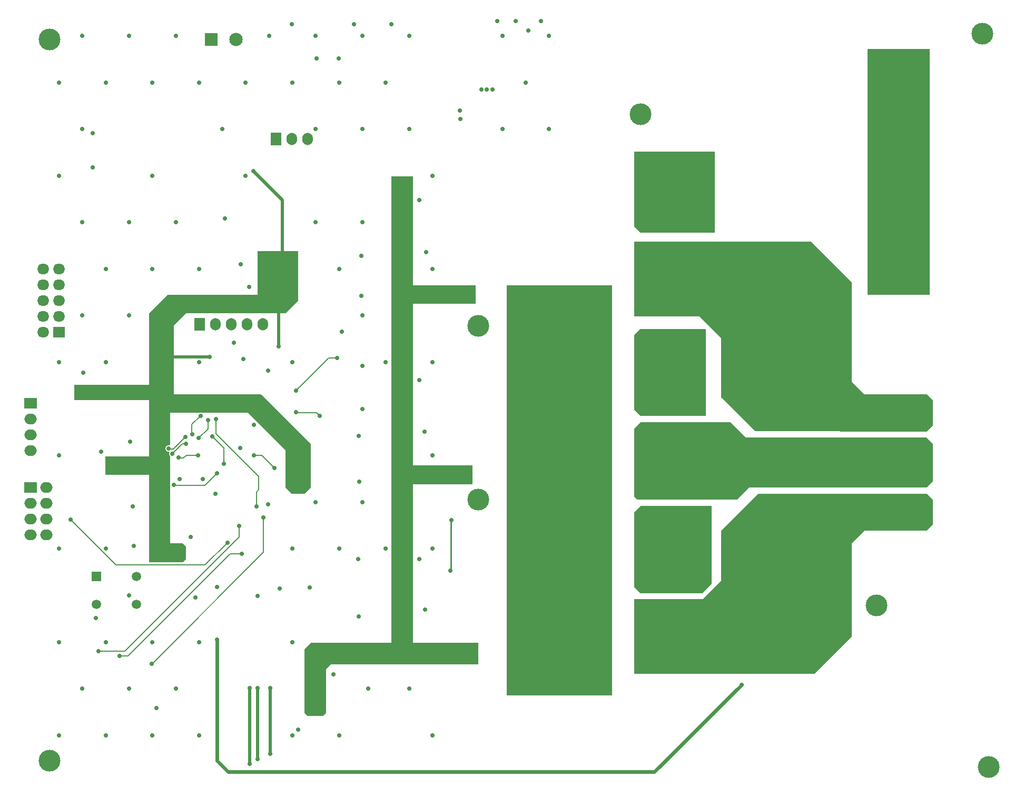
<source format=gbl>
G04*
G04 #@! TF.GenerationSoftware,Altium Limited,Altium Designer,23.6.0 (18)*
G04*
G04 Layer_Physical_Order=4*
G04 Layer_Color=16711680*
%FSLAX44Y44*%
%MOMM*%
G71*
G04*
G04 #@! TF.SameCoordinates,9FFC46F5-938B-46D8-84A6-C8BF988D1DB5*
G04*
G04*
G04 #@! TF.FilePolarity,Positive*
G04*
G01*
G75*
%ADD10C,0.6000*%
%ADD11C,0.2500*%
%ADD15C,0.2000*%
%ADD94C,0.5000*%
%ADD98C,3.5000*%
%ADD99O,1.7000X2.0000*%
%ADD100R,1.7000X2.0000*%
%ADD101R,1.5000X1.5000*%
%ADD102C,1.5000*%
%ADD103O,2.0000X1.7000*%
%ADD104R,2.0000X1.7000*%
%ADD105R,1.9000X1.7000*%
%ADD106O,1.9000X1.7000*%
%ADD107C,2.1500*%
%ADD108R,2.1500X2.1500*%
%ADD109C,0.7000*%
G36*
X1120000Y900000D02*
X1000000D01*
X990000Y910000D01*
Y1030000D01*
X1120000D01*
X1120000Y900000D01*
D02*
G37*
G36*
X1465000Y800000D02*
X1365000D01*
X1365000Y1195000D01*
X1465000D01*
Y800000D01*
D02*
G37*
G36*
X1105000Y605000D02*
X1000000D01*
X990000Y615000D01*
Y735000D01*
X1000000Y745000D01*
X1105000D01*
Y605000D01*
D02*
G37*
G36*
X1340000Y820000D02*
X1340000Y660000D01*
X1360000Y640000D01*
X1460000Y640000D01*
X1470000Y630000D01*
Y590000D01*
X1459923Y579923D01*
X1185001Y579999D01*
X1130000Y635000D01*
Y730000D01*
X1095000Y765000D01*
X990000Y765000D01*
Y885000D01*
X1275000D01*
X1340000Y820000D01*
D02*
G37*
G36*
X450000Y790000D02*
X430000Y770000D01*
X270000D01*
X250000Y750000D01*
Y640000D01*
X390000D01*
X470000Y560000D01*
Y490000D01*
X460000Y480000D01*
X440000D01*
X430000Y490000D01*
Y550000D01*
X370000Y610000D01*
X295023D01*
X294296Y610301D01*
X292307D01*
X291579Y610000D01*
X244000D01*
Y558019D01*
X242944Y557314D01*
X242495Y557500D01*
X240505D01*
X238668Y556739D01*
X237261Y555332D01*
X236500Y553495D01*
Y551506D01*
X237261Y549668D01*
X238668Y548261D01*
X240505Y547500D01*
X242495D01*
X242523Y547512D01*
X242567Y547481D01*
X243368Y546487D01*
X242750Y544995D01*
Y543005D01*
X243511Y541168D01*
X244000Y540679D01*
Y400000D01*
X265000D01*
X270000Y395000D01*
Y375000D01*
X265000Y370000D01*
X210000D01*
Y510000D01*
X140000D01*
Y540000D01*
X210000D01*
Y630000D01*
X90000D01*
Y655000D01*
X210000D01*
Y770000D01*
X240000Y800000D01*
X385000D01*
Y870000D01*
X450000D01*
Y790000D01*
D02*
G37*
G36*
X1170000Y570000D02*
X1460000Y570000D01*
X1470000Y560000D01*
Y500000D01*
X1460000Y490000D01*
X1175000D01*
X1155000Y470000D01*
X995000D01*
X990000Y475000D01*
Y585000D01*
X1000000Y595000D01*
X1145000D01*
X1170000Y570000D01*
D02*
G37*
G36*
X1470000Y470000D02*
Y430000D01*
X1460000Y420000D01*
X1360000Y420000D01*
X1340000Y400000D01*
X1340000Y250000D01*
X1280000Y190000D01*
X990000D01*
Y310000D01*
X1100000Y310000D01*
X1130000Y340000D01*
Y420000D01*
X1189967Y479967D01*
X1459959Y480041D01*
X1470000Y470000D01*
D02*
G37*
G36*
X1000000Y460000D02*
X1115000D01*
Y335000D01*
X1100000Y320000D01*
X1100000Y320000D01*
X1000000D01*
X990000Y330000D01*
Y450000D01*
X1000000Y460000D01*
X1000000Y460000D01*
D02*
G37*
G36*
X955000Y155000D02*
X785000D01*
Y815000D01*
X955000D01*
Y155000D01*
D02*
G37*
G36*
X635000Y815000D02*
X735000D01*
Y785000D01*
X635000D01*
Y525000D01*
X730000D01*
Y495000D01*
X635000D01*
Y240000D01*
X740000D01*
Y205000D01*
X502500D01*
X495000Y197500D01*
Y127500D01*
X490000Y122500D01*
X465000D01*
X460000Y127500D01*
Y230000D01*
X470000Y240000D01*
X600000D01*
Y990000D01*
X635000D01*
Y815000D01*
D02*
G37*
D10*
X320000Y50000D02*
Y245000D01*
Y50000D02*
X337500Y32500D01*
X1022500D01*
X1162500Y172500D01*
D11*
X695625Y436375D02*
X696250Y437000D01*
X695625Y356625D02*
Y436375D01*
X695000Y356000D02*
X695625Y356625D01*
D15*
X312000Y572000D02*
X330750Y553250D01*
Y527500D02*
Y553250D01*
X263500Y559750D02*
X269750D01*
X270000Y560000D01*
X247750Y544000D02*
X263500Y559750D01*
X247000Y551500D02*
X249000D01*
X268500Y571000D01*
X246957Y551543D02*
X247000Y551500D01*
X242457Y551543D02*
X246957D01*
X241500Y552500D02*
X242457Y551543D01*
X258321Y537470D02*
X263247D01*
X257438Y538353D02*
X258321Y537470D01*
X250298Y494375D02*
X251175Y493499D01*
X300499D01*
X300044Y365000D02*
X336147Y401103D01*
X157000Y365000D02*
X300044D01*
X171750Y226750D02*
X355250Y410250D01*
Y428000D01*
X129000Y226750D02*
X171750D01*
X163000Y218750D02*
X176250D01*
X340750Y383250D02*
X359750D01*
X176250Y218750D02*
X340750Y383250D01*
X336147Y401103D02*
Y401103D01*
X386535Y486030D02*
Y507421D01*
X382910Y482405D02*
X386535Y486030D01*
X382910Y459660D02*
Y482405D01*
X393750Y441250D02*
X394500Y440500D01*
Y385250D02*
Y440500D01*
X214250Y206000D02*
X215250D01*
X394500Y385250D01*
X391750Y541250D02*
X412000Y521000D01*
X379000Y541250D02*
X391750D01*
X300499Y493499D02*
X320000Y513000D01*
X263868Y536849D02*
X265868D01*
X263247Y537470D02*
X263868Y536849D01*
X265868D02*
X270842Y541824D01*
X288176D01*
X288750Y541250D01*
X279000Y575750D02*
Y591000D01*
Y575750D02*
X279750Y575000D01*
X290000Y569000D02*
X305000Y584000D01*
X84000Y438000D02*
X157000Y365000D01*
X279000Y591000D02*
X293301Y605301D01*
X305000Y584000D02*
Y598000D01*
X318000Y575956D02*
X386535Y507421D01*
X318000Y575956D02*
Y599750D01*
X447500Y610000D02*
X480000D01*
X446861Y610639D02*
X447500Y610000D01*
X447000Y646000D02*
X499000Y698000D01*
X513000D01*
X480000Y610000D02*
X485000Y605000D01*
D94*
X378250Y999000D02*
X425000Y952250D01*
Y850000D02*
Y952250D01*
X419000Y717000D02*
Y777000D01*
X418000Y778000D02*
X419000Y777000D01*
X241000Y700000D02*
X308000D01*
X240000Y701000D02*
X241000Y700000D01*
X372500Y45000D02*
Y167500D01*
X405000Y61040D02*
Y167500D01*
X385000Y53040D02*
Y167500D01*
D98*
X1550000Y1220000D02*
D03*
X1380000Y300000D02*
D03*
X1000000Y1090000D02*
D03*
X740000Y470000D02*
D03*
Y750000D02*
D03*
X50000Y1210000D02*
D03*
Y50000D02*
D03*
X1560000Y40000D02*
D03*
D99*
X367900Y752500D02*
D03*
X342500D02*
D03*
X317100D02*
D03*
X393300D02*
D03*
X440000Y1050000D02*
D03*
X465400D02*
D03*
D100*
X291700Y752500D02*
D03*
X414600Y1050000D02*
D03*
D101*
X125500Y346500D02*
D03*
D102*
X190500D02*
D03*
Y301500D02*
D03*
X125500D02*
D03*
D103*
X20000Y439200D02*
D03*
X45400D02*
D03*
X20000Y413800D02*
D03*
X45400D02*
D03*
Y490000D02*
D03*
X20000Y464600D02*
D03*
X45400D02*
D03*
X20000Y600000D02*
D03*
Y574600D02*
D03*
Y549200D02*
D03*
D104*
Y490000D02*
D03*
Y625400D02*
D03*
D105*
X65400Y739200D02*
D03*
D106*
X40000Y840800D02*
D03*
Y815400D02*
D03*
Y790000D02*
D03*
Y764600D02*
D03*
Y739200D02*
D03*
X65400Y840800D02*
D03*
Y815400D02*
D03*
Y790000D02*
D03*
X65400Y764600D02*
D03*
D107*
X350000Y1210000D02*
D03*
D108*
X310400D02*
D03*
D109*
X1430000Y900000D02*
D03*
X1410000D02*
D03*
X1390000D02*
D03*
X1430000Y880000D02*
D03*
X1410000D02*
D03*
X1390000D02*
D03*
X1430000Y920000D02*
D03*
X1410000D02*
D03*
X1390000D02*
D03*
Y970000D02*
D03*
X1410000D02*
D03*
X1430000D02*
D03*
Y990000D02*
D03*
X1410000D02*
D03*
X1390000D02*
D03*
Y1010000D02*
D03*
X1410000D02*
D03*
X1430000D02*
D03*
Y1030000D02*
D03*
X1410000D02*
D03*
X1390000D02*
D03*
X1440000Y1020000D02*
D03*
Y1000000D02*
D03*
Y980000D02*
D03*
Y960000D02*
D03*
X1420000D02*
D03*
Y980000D02*
D03*
Y1000000D02*
D03*
Y1020000D02*
D03*
X1400000Y960000D02*
D03*
Y980000D02*
D03*
Y1000000D02*
D03*
Y1020000D02*
D03*
X1380000Y960000D02*
D03*
Y980000D02*
D03*
Y1000000D02*
D03*
Y1020000D02*
D03*
X1440000Y1040000D02*
D03*
X1420000D02*
D03*
X1400000D02*
D03*
X1380000D02*
D03*
X1390000Y1120000D02*
D03*
X1410000D02*
D03*
X1430000D02*
D03*
Y1100000D02*
D03*
X1410000D02*
D03*
X1390000D02*
D03*
X1400000Y1090000D02*
D03*
X1420000D02*
D03*
X1440000D02*
D03*
Y1110000D02*
D03*
X1420000D02*
D03*
X1400000D02*
D03*
X1430000Y1140000D02*
D03*
X1410000D02*
D03*
X1390000D02*
D03*
X1440000Y1130000D02*
D03*
X1420000D02*
D03*
X1400000D02*
D03*
X1430000Y1160000D02*
D03*
X1410000D02*
D03*
X1390000D02*
D03*
X1440000Y1150000D02*
D03*
X1420000D02*
D03*
X1400000D02*
D03*
X1380000Y1090000D02*
D03*
Y1110000D02*
D03*
Y1130000D02*
D03*
Y1150000D02*
D03*
X1440000Y1170000D02*
D03*
X1420000D02*
D03*
X1400000D02*
D03*
X1380000D02*
D03*
X762501Y1130001D02*
D03*
X753501D02*
D03*
X744501D02*
D03*
X330750Y527500D02*
D03*
X297000Y503000D02*
D03*
X120000Y1060000D02*
D03*
X290750Y241250D02*
D03*
X628250Y166250D02*
D03*
X478250Y1066250D02*
D03*
X590750Y391250D02*
D03*
X515750Y841250D02*
D03*
X665750Y91250D02*
D03*
X778250Y1216250D02*
D03*
X65750Y541250D02*
D03*
X215750Y991250D02*
D03*
X665750Y391250D02*
D03*
X65750Y1141250D02*
D03*
X140750Y241250D02*
D03*
X253250Y1216250D02*
D03*
X590750Y691250D02*
D03*
X140750D02*
D03*
Y1141250D02*
D03*
X515750D02*
D03*
X478250Y916250D02*
D03*
X178250D02*
D03*
X778250Y1066250D02*
D03*
X440750Y691250D02*
D03*
X65750Y241250D02*
D03*
X478250Y466250D02*
D03*
X65750Y691250D02*
D03*
X590750Y1141250D02*
D03*
X440750Y91250D02*
D03*
X290750Y841250D02*
D03*
X440750Y1141250D02*
D03*
X178250Y166250D02*
D03*
X253250Y916250D02*
D03*
X553250Y1066250D02*
D03*
X665750Y991250D02*
D03*
X215750Y241250D02*
D03*
X628250Y1066250D02*
D03*
Y1216250D02*
D03*
X815750Y1141250D02*
D03*
X553250Y766250D02*
D03*
X515750Y391250D02*
D03*
X853250Y1066250D02*
D03*
X515750Y91250D02*
D03*
X290750Y1141250D02*
D03*
X140750Y391250D02*
D03*
X853250Y1216250D02*
D03*
X478250D02*
D03*
X65750Y391250D02*
D03*
X665750Y841250D02*
D03*
X328250Y1066250D02*
D03*
X290750Y691250D02*
D03*
X215750Y91250D02*
D03*
X103250Y1216250D02*
D03*
X65750Y91250D02*
D03*
X403250Y1216250D02*
D03*
X215750Y841250D02*
D03*
X140750Y91250D02*
D03*
X440750Y241250D02*
D03*
X665750Y691250D02*
D03*
X553250Y916250D02*
D03*
Y1216250D02*
D03*
X290750Y91250D02*
D03*
X103250Y766250D02*
D03*
X253250Y166250D02*
D03*
X103250D02*
D03*
X178250Y316250D02*
D03*
X553250Y466250D02*
D03*
Y616250D02*
D03*
X215750Y1141250D02*
D03*
X178250Y1216250D02*
D03*
X665750Y541250D02*
D03*
X103250Y916250D02*
D03*
X140750Y841250D02*
D03*
X365750Y1141250D02*
D03*
X178250Y766250D02*
D03*
X65750Y991250D02*
D03*
X440750Y391250D02*
D03*
X103250Y1066250D02*
D03*
X365750Y991250D02*
D03*
X440000Y1235000D02*
D03*
X540000D02*
D03*
X600000D02*
D03*
X820000Y1225000D02*
D03*
X840000Y1240000D02*
D03*
X800000D02*
D03*
X770000D02*
D03*
X515000Y1180000D02*
D03*
X480000D02*
D03*
X1060000Y220000D02*
D03*
Y240000D02*
D03*
X1040000Y220000D02*
D03*
Y240000D02*
D03*
X1020000Y220000D02*
D03*
Y240000D02*
D03*
Y260000D02*
D03*
X1040000D02*
D03*
X1060000D02*
D03*
Y280000D02*
D03*
X1040000D02*
D03*
X1020000D02*
D03*
Y360000D02*
D03*
Y380000D02*
D03*
Y400000D02*
D03*
X1040000D02*
D03*
Y380000D02*
D03*
Y360000D02*
D03*
X1060000D02*
D03*
Y380000D02*
D03*
Y400000D02*
D03*
Y420000D02*
D03*
X1040000D02*
D03*
X1020000D02*
D03*
Y510000D02*
D03*
Y530000D02*
D03*
Y550000D02*
D03*
X1040000D02*
D03*
Y530000D02*
D03*
Y510000D02*
D03*
X1060000D02*
D03*
Y530000D02*
D03*
Y550000D02*
D03*
Y570000D02*
D03*
X1040000D02*
D03*
X1020000D02*
D03*
X1060000Y800000D02*
D03*
X1040000D02*
D03*
X1020000D02*
D03*
Y820000D02*
D03*
X1040000D02*
D03*
X1060000D02*
D03*
Y840000D02*
D03*
X1040000D02*
D03*
X1020000D02*
D03*
X1060000Y860000D02*
D03*
X1040000D02*
D03*
X1020000D02*
D03*
Y940000D02*
D03*
X1040000D02*
D03*
X1060000D02*
D03*
Y960000D02*
D03*
X1040000D02*
D03*
X1020000D02*
D03*
Y980000D02*
D03*
X1040000D02*
D03*
X1060000D02*
D03*
Y1000000D02*
D03*
X1040000D02*
D03*
X1020000D02*
D03*
X1060000Y650000D02*
D03*
X1040000D02*
D03*
X1020000D02*
D03*
Y670000D02*
D03*
X1040000D02*
D03*
X1060000D02*
D03*
Y690000D02*
D03*
X1040000D02*
D03*
X1020000D02*
D03*
X1060000Y710000D02*
D03*
X1040000D02*
D03*
X1020000D02*
D03*
X1459000Y555000D02*
D03*
X1464500Y544000D02*
D03*
X1459000Y533000D02*
D03*
X1464500Y522000D02*
D03*
X1459000Y511000D02*
D03*
X1464500Y500000D02*
D03*
X1453500Y566000D02*
D03*
X1448000Y555000D02*
D03*
X1453500Y544000D02*
D03*
Y500000D02*
D03*
X1442500Y566000D02*
D03*
Y500000D02*
D03*
X1431500Y566000D02*
D03*
Y500000D02*
D03*
X1420500Y566000D02*
D03*
Y500000D02*
D03*
X1409500Y566000D02*
D03*
Y500000D02*
D03*
X1398500Y566000D02*
D03*
Y500000D02*
D03*
X1387500Y566000D02*
D03*
Y500000D02*
D03*
X1376500Y566000D02*
D03*
X1371000Y555000D02*
D03*
Y511000D02*
D03*
X1376500Y500000D02*
D03*
X1365500Y566000D02*
D03*
X1360000Y555000D02*
D03*
X1365500Y544000D02*
D03*
X1360000Y533000D02*
D03*
Y511000D02*
D03*
X1365500Y500000D02*
D03*
X1354500Y566000D02*
D03*
X1349000Y555000D02*
D03*
X1354500Y544000D02*
D03*
X1349000Y533000D02*
D03*
X1354500Y522000D02*
D03*
X1349000Y511000D02*
D03*
X1354500Y500000D02*
D03*
X1332500Y566000D02*
D03*
Y544000D02*
D03*
Y522000D02*
D03*
Y500000D02*
D03*
X1140000Y577000D02*
D03*
Y555000D02*
D03*
Y533000D02*
D03*
Y511000D02*
D03*
Y489000D02*
D03*
X1134500Y588000D02*
D03*
Y566000D02*
D03*
Y544000D02*
D03*
Y522000D02*
D03*
Y500000D02*
D03*
X1118000Y577000D02*
D03*
X1123500Y566000D02*
D03*
X1118000Y555000D02*
D03*
X1123500Y544000D02*
D03*
X1118000Y533000D02*
D03*
X1123500Y522000D02*
D03*
X1118000Y511000D02*
D03*
X1123500Y500000D02*
D03*
X1118000Y489000D02*
D03*
X1112500Y588000D02*
D03*
X1107000Y577000D02*
D03*
X1112500Y566000D02*
D03*
X1107000Y555000D02*
D03*
X1112500Y544000D02*
D03*
X1107000Y533000D02*
D03*
X1112500Y522000D02*
D03*
X1107000Y511000D02*
D03*
X1112500Y500000D02*
D03*
X1107000Y489000D02*
D03*
X1101500Y588000D02*
D03*
X1096000Y577000D02*
D03*
X1101500Y566000D02*
D03*
X1096000Y555000D02*
D03*
X1101500Y544000D02*
D03*
X1096000Y533000D02*
D03*
X1101500Y522000D02*
D03*
X1096000Y511000D02*
D03*
X1101500Y500000D02*
D03*
X1096000Y489000D02*
D03*
X1010000Y1010000D02*
D03*
X1030000D02*
D03*
X1050000D02*
D03*
X1070000D02*
D03*
X1010000Y990000D02*
D03*
X1030000D02*
D03*
X1050000D02*
D03*
X1070000D02*
D03*
X1010000Y970000D02*
D03*
X1030000D02*
D03*
X1050000D02*
D03*
X1070000D02*
D03*
X1010000Y950000D02*
D03*
X1030000D02*
D03*
X1050000D02*
D03*
X1070000D02*
D03*
X1010000Y930000D02*
D03*
X1030000D02*
D03*
X1050000D02*
D03*
X1070000D02*
D03*
X1010000Y290000D02*
D03*
X1030000D02*
D03*
X1050000D02*
D03*
X1070000D02*
D03*
X1010000Y270000D02*
D03*
X1030000D02*
D03*
X1050000D02*
D03*
X1070000D02*
D03*
X1010000Y250000D02*
D03*
X1030000D02*
D03*
X1050000D02*
D03*
X1070000D02*
D03*
X1010000Y230000D02*
D03*
X1030000D02*
D03*
X1050000D02*
D03*
X1070000D02*
D03*
X1010000Y210000D02*
D03*
X1030000D02*
D03*
X1050000D02*
D03*
X1070000D02*
D03*
X1010000Y430000D02*
D03*
X1030000D02*
D03*
X1050000D02*
D03*
X1070000D02*
D03*
X1010000Y410000D02*
D03*
X1030000D02*
D03*
X1050000D02*
D03*
X1070000D02*
D03*
X1010000Y390000D02*
D03*
X1030000D02*
D03*
X1050000D02*
D03*
X1070000D02*
D03*
X1010000Y370000D02*
D03*
X1030000D02*
D03*
X1050000D02*
D03*
X1070000D02*
D03*
X1010000Y350000D02*
D03*
X1030000D02*
D03*
X1050000D02*
D03*
X1070000D02*
D03*
X1010000Y580000D02*
D03*
X1030000D02*
D03*
X1050000D02*
D03*
X1070000D02*
D03*
X1010000Y560000D02*
D03*
X1030000D02*
D03*
X1050000D02*
D03*
X1070000D02*
D03*
X1010000Y540000D02*
D03*
X1030000D02*
D03*
X1050000D02*
D03*
X1070000D02*
D03*
X1010000Y520000D02*
D03*
X1030000D02*
D03*
X1050000D02*
D03*
X1070000D02*
D03*
X1010000Y500000D02*
D03*
X1030000D02*
D03*
X1050000D02*
D03*
X1070000D02*
D03*
X1010000Y720000D02*
D03*
X1030000D02*
D03*
X1050000D02*
D03*
X1070000D02*
D03*
X1010000Y700000D02*
D03*
X1030000D02*
D03*
X1050000D02*
D03*
X1070000D02*
D03*
X1010000Y680000D02*
D03*
X1030000D02*
D03*
X1050000D02*
D03*
X1070000D02*
D03*
X1010000Y660000D02*
D03*
X1030000D02*
D03*
X1050000D02*
D03*
X1070000D02*
D03*
X1010000Y640000D02*
D03*
X1030000D02*
D03*
X1050000D02*
D03*
X1070000D02*
D03*
Y790000D02*
D03*
X1050000D02*
D03*
X1030000D02*
D03*
X1010000D02*
D03*
X1070000Y810000D02*
D03*
X1050000D02*
D03*
X1030000D02*
D03*
X1010000D02*
D03*
X1070000Y830000D02*
D03*
X1050000D02*
D03*
X1030000D02*
D03*
X1010000D02*
D03*
X1070000Y850000D02*
D03*
X1050000D02*
D03*
X1030000D02*
D03*
X1010000D02*
D03*
X1070000Y870000D02*
D03*
X1050000D02*
D03*
X1030000D02*
D03*
X1010000D02*
D03*
X644750Y662250D02*
D03*
X378250Y999000D02*
D03*
X710500Y1082250D02*
D03*
X709750Y1095750D02*
D03*
X609000Y980000D02*
D03*
X237000Y527250D02*
D03*
X247750Y544000D02*
D03*
X241500Y552500D02*
D03*
X257438Y538353D02*
D03*
X401750Y678000D02*
D03*
X627250Y965000D02*
D03*
X616250D02*
D03*
X605000D02*
D03*
X620000Y980000D02*
D03*
X1458001Y462000D02*
D03*
X1463501Y451000D02*
D03*
X1458001Y440000D02*
D03*
X1463501Y429000D02*
D03*
X1452501Y473000D02*
D03*
Y429000D02*
D03*
X1441501D02*
D03*
X1375501D02*
D03*
X1364501Y473000D02*
D03*
X1359001Y462000D02*
D03*
Y440000D02*
D03*
X1364501Y429000D02*
D03*
X1353501Y473000D02*
D03*
X1348001Y462000D02*
D03*
X1353501Y451000D02*
D03*
X1348001Y440000D02*
D03*
X1353501Y429000D02*
D03*
X1337001Y418000D02*
D03*
X1331501Y473000D02*
D03*
Y451000D02*
D03*
Y429000D02*
D03*
Y407000D02*
D03*
Y385000D02*
D03*
Y363000D02*
D03*
Y341000D02*
D03*
Y319000D02*
D03*
Y297000D02*
D03*
Y275000D02*
D03*
Y253000D02*
D03*
X1139000Y286000D02*
D03*
Y264000D02*
D03*
Y242000D02*
D03*
Y220000D02*
D03*
Y198000D02*
D03*
X1128000Y308000D02*
D03*
X1122501Y297000D02*
D03*
X1117001Y286000D02*
D03*
X1122501Y275000D02*
D03*
X1117001Y264000D02*
D03*
X1122501Y253000D02*
D03*
X1117001Y242000D02*
D03*
X1122501Y231000D02*
D03*
X1117001Y220000D02*
D03*
X1122501Y209000D02*
D03*
X1117001Y198000D02*
D03*
X1111500Y297000D02*
D03*
X1106001Y286000D02*
D03*
X1111500Y275000D02*
D03*
X1106001Y264000D02*
D03*
X1111500Y253000D02*
D03*
X1106001Y242000D02*
D03*
X1111500Y231000D02*
D03*
X1106001Y220000D02*
D03*
X1111500Y209000D02*
D03*
X1106001Y198000D02*
D03*
X1100500Y297000D02*
D03*
X1095001Y286000D02*
D03*
X1100500Y275000D02*
D03*
X1095001Y264000D02*
D03*
X1100500Y253000D02*
D03*
X1095001Y242000D02*
D03*
X1100500Y231000D02*
D03*
X1095001Y220000D02*
D03*
X1100500Y209000D02*
D03*
X1095001Y198000D02*
D03*
X1463501Y627000D02*
D03*
X1458001Y616000D02*
D03*
X1463501Y605000D02*
D03*
X1458001Y594000D02*
D03*
X1452501Y627000D02*
D03*
X1364501D02*
D03*
X1359001Y616000D02*
D03*
X1364501Y605000D02*
D03*
X1359001Y594000D02*
D03*
X1353501Y627000D02*
D03*
X1348001Y616000D02*
D03*
X1353501Y605000D02*
D03*
X1348001Y594000D02*
D03*
X1342501Y649000D02*
D03*
X1331501D02*
D03*
Y627000D02*
D03*
Y605000D02*
D03*
X1139000Y858000D02*
D03*
Y836000D02*
D03*
Y814000D02*
D03*
Y792000D02*
D03*
Y770000D02*
D03*
X1128000D02*
D03*
X1122501Y869000D02*
D03*
X1117001Y858000D02*
D03*
X1122501Y847000D02*
D03*
X1117001Y836000D02*
D03*
X1122501Y825000D02*
D03*
X1117001Y814000D02*
D03*
X1122501Y803000D02*
D03*
X1117001Y792000D02*
D03*
X1122501Y781000D02*
D03*
Y759000D02*
D03*
X1111500Y869000D02*
D03*
X1106001Y858000D02*
D03*
X1111500Y847000D02*
D03*
X1106001Y836000D02*
D03*
X1111500Y825000D02*
D03*
X1106001Y814000D02*
D03*
X1111500Y803000D02*
D03*
X1106001Y792000D02*
D03*
X1111500Y781000D02*
D03*
X1106001Y770000D02*
D03*
X1111500Y759000D02*
D03*
X1100500Y869000D02*
D03*
X1095001Y858000D02*
D03*
X1100500Y847000D02*
D03*
X1095001Y836000D02*
D03*
X1100500Y825000D02*
D03*
X1095001Y814000D02*
D03*
X1100500Y803000D02*
D03*
X1095001Y792000D02*
D03*
X1100500Y781000D02*
D03*
X1095001Y770000D02*
D03*
X944001Y725000D02*
D03*
Y683000D02*
D03*
Y179000D02*
D03*
X933501Y746000D02*
D03*
X923001Y725000D02*
D03*
Y683000D02*
D03*
Y599000D02*
D03*
X933501Y578000D02*
D03*
Y536000D02*
D03*
Y452000D02*
D03*
X923001Y305000D02*
D03*
X933501Y200000D02*
D03*
X923001Y179000D02*
D03*
X912501Y746000D02*
D03*
X902001Y725000D02*
D03*
Y683000D02*
D03*
Y599000D02*
D03*
X912501Y578000D02*
D03*
Y536000D02*
D03*
X902001Y515000D02*
D03*
X912501Y452000D02*
D03*
X902001Y305000D02*
D03*
Y221000D02*
D03*
X912501Y200000D02*
D03*
X902001Y179000D02*
D03*
X891501Y788000D02*
D03*
Y746000D02*
D03*
X881001Y725000D02*
D03*
Y683000D02*
D03*
X891501Y620000D02*
D03*
X881001Y599000D02*
D03*
X891501Y578000D02*
D03*
X881001Y515000D02*
D03*
X891501Y494000D02*
D03*
Y452000D02*
D03*
Y410000D02*
D03*
X881001Y347000D02*
D03*
X891501Y326000D02*
D03*
X881001Y305000D02*
D03*
Y221000D02*
D03*
X891501Y200000D02*
D03*
X881001Y179000D02*
D03*
X870501Y788000D02*
D03*
Y746000D02*
D03*
X860001Y725000D02*
D03*
Y641000D02*
D03*
X870501Y620000D02*
D03*
Y536000D02*
D03*
X860001Y515000D02*
D03*
X870501Y494000D02*
D03*
Y452000D02*
D03*
Y368000D02*
D03*
X860001Y263000D02*
D03*
Y221000D02*
D03*
X870501Y200000D02*
D03*
X860001Y179000D02*
D03*
X849501Y788000D02*
D03*
Y746000D02*
D03*
X839001Y725000D02*
D03*
Y641000D02*
D03*
X849501Y536000D02*
D03*
X839001Y515000D02*
D03*
X849501Y494000D02*
D03*
Y452000D02*
D03*
Y368000D02*
D03*
X839001Y263000D02*
D03*
Y221000D02*
D03*
X849501Y200000D02*
D03*
X839001Y179000D02*
D03*
X828501Y788000D02*
D03*
Y746000D02*
D03*
X818001Y725000D02*
D03*
X828501Y578000D02*
D03*
Y536000D02*
D03*
X818001Y515000D02*
D03*
X828501Y494000D02*
D03*
Y452000D02*
D03*
Y410000D02*
D03*
Y368000D02*
D03*
Y326000D02*
D03*
X818001Y263000D02*
D03*
Y221000D02*
D03*
X828501Y200000D02*
D03*
X818001Y179000D02*
D03*
X807501Y788000D02*
D03*
Y746000D02*
D03*
X797001Y725000D02*
D03*
Y683000D02*
D03*
X807501Y536000D02*
D03*
X797001Y515000D02*
D03*
X807501Y494000D02*
D03*
Y452000D02*
D03*
X797001Y263000D02*
D03*
Y221000D02*
D03*
X807501Y200000D02*
D03*
X797001Y179000D02*
D03*
X277000Y410000D02*
D03*
X180000Y563790D02*
D03*
X547500Y282500D02*
D03*
X450000Y100000D02*
D03*
X184441Y459059D02*
D03*
X250298Y494375D02*
D03*
X227500Y480000D02*
D03*
X645000Y952500D02*
D03*
X446861Y610639D02*
D03*
X285000Y312500D02*
D03*
X336147Y401103D02*
D03*
X382910Y459660D02*
D03*
X355250Y428000D02*
D03*
X393750Y441250D02*
D03*
X379000Y541250D02*
D03*
X357250Y553000D02*
D03*
X259500Y503500D02*
D03*
X288750Y541250D02*
D03*
X279750Y575000D02*
D03*
X270000Y560000D02*
D03*
X290000Y569000D02*
D03*
X268500Y571000D02*
D03*
X696250Y437000D02*
D03*
X358000Y849000D02*
D03*
X371000Y812000D02*
D03*
X222500Y135000D02*
D03*
X506750Y189250D02*
D03*
X562750Y166000D02*
D03*
X520250Y740000D02*
D03*
X553000Y685500D02*
D03*
X125250Y280000D02*
D03*
X104500Y674250D02*
D03*
X214250Y206000D02*
D03*
X163000Y218750D02*
D03*
X359750Y383250D02*
D03*
X129000Y226750D02*
D03*
X332000Y922750D02*
D03*
X546750Y374750D02*
D03*
X655750Y868250D02*
D03*
X654000Y293500D02*
D03*
X653500Y579250D02*
D03*
X645000Y375000D02*
D03*
X385000Y315000D02*
D03*
X120000Y1005000D02*
D03*
X440000Y820000D02*
D03*
X425000D02*
D03*
X410000D02*
D03*
X440000Y835000D02*
D03*
X425000D02*
D03*
X410000D02*
D03*
X440000Y850000D02*
D03*
X425000D02*
D03*
X410000D02*
D03*
X552000Y798000D02*
D03*
Y862000D02*
D03*
X548000Y499000D02*
D03*
X547000Y573000D02*
D03*
X84000Y438000D02*
D03*
X221000Y594000D02*
D03*
X100000Y640000D02*
D03*
X150000Y528000D02*
D03*
X133000Y547000D02*
D03*
X320000Y513000D02*
D03*
X186000Y396000D02*
D03*
X402000Y463000D02*
D03*
X320000Y245000D02*
D03*
X469000Y329000D02*
D03*
X420000Y327500D02*
D03*
X320000Y330000D02*
D03*
X318000Y599750D02*
D03*
X312000Y572000D02*
D03*
X293301Y605301D02*
D03*
X305000Y598000D02*
D03*
X618040Y344025D02*
D03*
X695000Y356000D02*
D03*
X615000Y740000D02*
D03*
X513000Y698000D02*
D03*
X447000Y646000D02*
D03*
X447044Y500000D02*
D03*
X412000Y521000D02*
D03*
X485000Y605000D02*
D03*
X378977Y590750D02*
D03*
X419000Y717000D02*
D03*
X308000Y700000D02*
D03*
X347000Y723000D02*
D03*
X362000Y696000D02*
D03*
X372500Y45000D02*
D03*
X405000Y167500D02*
D03*
X385000D02*
D03*
X372500D02*
D03*
X385000Y53040D02*
D03*
X405000Y61040D02*
D03*
X317500Y480000D02*
D03*
X1162500Y172500D02*
D03*
X332500Y625000D02*
D03*
X242500Y385000D02*
D03*
X292500Y785000D02*
D03*
X477000Y139000D02*
D03*
X475000Y205000D02*
D03*
X726000Y224000D02*
D03*
X716000Y510000D02*
D03*
X721000Y802000D02*
D03*
X617000Y850000D02*
D03*
X616000Y275000D02*
D03*
X618000Y400000D02*
D03*
X616000Y431000D02*
D03*
X617000Y552000D02*
D03*
Y630000D02*
D03*
X622000Y685000D02*
D03*
X622285Y918950D02*
D03*
M02*

</source>
